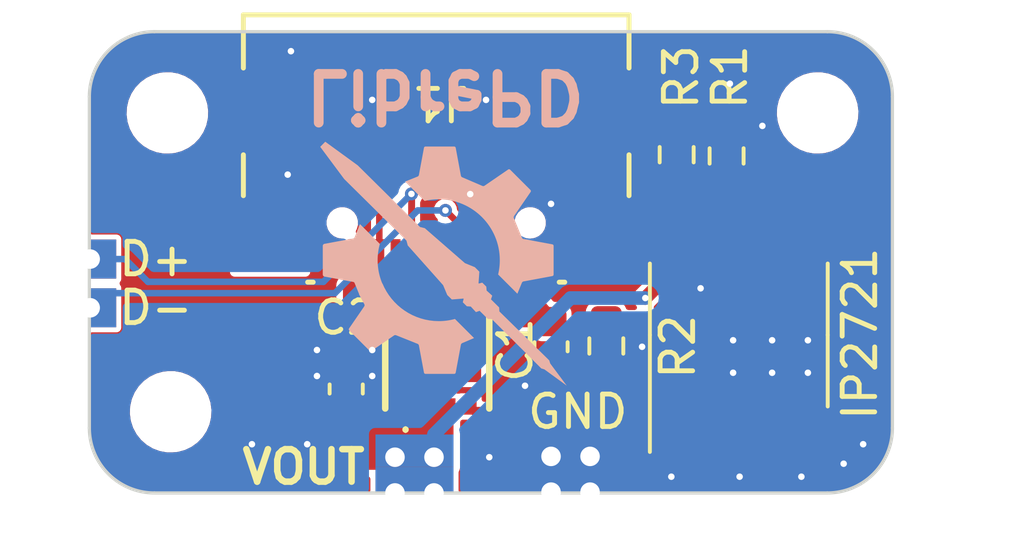
<source format=kicad_pcb>
(kicad_pcb (version 20240108) (generator "pcbnew") (generator_version "8.0")
  (layers (0 "F.Cu" signal) (31 "B.Cu" signal) (34 "B.Paste" user) (35 "F.Paste" user) (36 "B.SilkS" user "B.Silkscreen") (37 "F.SilkS" user "F.Silkscreen") (38 "B.Mask" user) (39 "F.Mask" user) (44 "Edge.Cuts" user))
  (net 0 "")
  (net 2 "CC1")
  (net 3 "GND")
  (net 4 "D-")
  (net 5 "D+")
  (net 7 "CC2")
  (net 8 "VIN")
  (net 9 "Net-(Q2-G)")
  (net 10 "Net-(U1-SEL)")
  (net 15 "VBUS")
  (footprint "000-nold-customs:CasPowerPad 2x2" (layer "F.Cu") (at 127.2 75.475 90)
    (property "Reference" "TP1" (hide yes))
    (property "Value" "GND" (at 2.475 -0.8 0) (layer "F.SilkS") (effects (justify left)))
    (pad "1" thru_hole rect (at 0 0 90) (size 0.8 1.2) (drill 0.6 (offset 0.4 0)) (property pad_prop_castellated) (layers "*.Cu" "*.Mask") (net 3 "GND"))
    (pad "1" thru_hole rect (at 0 1.2 90) (size 0.8 1.2) (drill 0.6 (offset 0.4 0)) (property pad_prop_castellated) (layers "*.Cu" "*.Mask") (net 3 "GND"))
    (pad "1" thru_hole rect (at 1.1 0 90) (size 1 1.2) (drill 0.6 (offset 0.2 0)) (property pad_prop_castellated) (layers "*.Cu" "*.Mask") (net 3 "GND"))
    (pad "1" thru_hole rect (at 1.1 1.2 90) (size 1 1.2) (drill 0.6 (offset 0.2 0)) (property pad_prop_castellated) (layers "*.Cu" "*.Mask") (net 3 "GND"))
  )
  (footprint "000-nold-customs:CasPowerPad 1x1" (layer "F.Cu") (at 113.025 68.3)
    (property "Reference" "TP17" (hide yes))
    (property "Value" "D+" (at 0.8 0 0) (layer "F.SilkS") (effects (justify left)))
    (pad "1" thru_hole rect (at 0 0) (size 0.8 1.2) (drill 0.6 (offset 0.4 0)) (property pad_prop_castellated) (layers "*.Cu" "*.Mask") (net 5 "D+"))
  )
  (footprint "MountingHole:MountingHole_2.2mm_M2" (layer "F.Cu") (at 115.5 73)
    (property "Reference" "H2" (hide yes))
    (property "Value" "MountingHole")
    (pad "" np_thru_hole circle (at 0 0) (size 2.2 2.2) (drill 2.2) (layers "*.Cu" "*.Mask"))
  )
  (footprint "Capacitor_SMD:C_0603_1608Metric" (layer "F.Cu") (at 127.2 71 -90)
    (property "Reference" "C1" (at 0.1 1.1 90) (layer "F.SilkS"))
    (property "Value" "1uF / 50V")
    (fp_line (start -0.14058 0.51) (end 0.14058 0.51) (stroke (width 0.12)) (layer "F.SilkS"))
    (fp_line (start -0.14058 -0.51) (end 0.14058 -0.51) (stroke (width 0.12)) (layer "F.SilkS"))
    (pad "1" smd roundrect (at -0.775 0 270) (size 0.9 0.95) (layers "F.Cu" "F.Paste" "F.Mask") (net 8 "VIN"))
    (pad "2" smd roundrect (at 0.775 0 270) (size 0.9 0.95) (layers "F.Cu" "F.Paste" "F.Mask") (net 3 "GND"))
  )
  (footprint "MountingHole:MountingHole_2.2mm_M2" (layer "F.Cu") (at 115.4 63.8)
    (property "Reference" "H1" (hide yes))
    (property "Value" "MountingHole")
    (pad "" np_thru_hole circle (at 0 0) (size 2.2 2.2) (drill 2.2) (layers "*.Cu" "*.Mask"))
  )
  (footprint "Resistor_SMD:R_0603_1608Metric" (layer "F.Cu") (at 132.6 65.125 -90)
    (property "Reference" "R1" (at -2.425 -0.1 -90) (layer "F.SilkS"))
    (property "Value" "5.1k")
    (fp_line (start -0.237258 0.5225) (end 0.237258 0.5225) (stroke (width 0.12)) (layer "F.SilkS"))
    (fp_line (start -0.237258 -0.5225) (end 0.237258 -0.5225) (stroke (width 0.12)) (layer "F.SilkS"))
    (pad "1" smd roundrect (at -0.825 0 270) (size 0.8 0.95) (layers "F.Cu" "F.Paste" "F.Mask") (net 3 "GND"))
    (pad "2" smd roundrect (at 0.825 0 270) (size 0.8 0.95) (layers "F.Cu" "F.Paste" "F.Mask") (net 7 "CC2"))
  )
  (footprint "MountingHole:MountingHole_2.2mm_M2" (layer "F.Cu") (at 135.4 63.8)
    (property "Reference" "H3" (hide yes))
    (property "Value" "MountingHole")
    (pad "" np_thru_hole circle (at 0 0) (size 2.2 2.2) (drill 2.2) (layers "*.Cu" "*.Mask"))
  )
  (footprint "000-nold-customs:CasPowerPad 1x1" (layer "F.Cu") (at 113.025 69.8)
    (property "Reference" "TP16" (hide yes))
    (property "Value" "D-" (at 0.8 0 0) (layer "F.SilkS") (effects (justify left)))
    (pad "1" thru_hole rect (at 0 0) (size 0.8 1.2) (drill 0.6 (offset 0.4 0)) (property pad_prop_castellated) (layers "*.Cu" "*.Mask") (net 4 "D-"))
  )
  (footprint "symbols-footprints:RQ3E120BNTB" (layer "F.Cu") (at 123.7 71.4)
    (property "Reference" "Q2" (hide yes))
    (property "Value" "RQ3E120BNTB" (hide yes))
    (fp_line (start -1.6 -1.5) (end -1.6 1.5) (stroke (width 0.2)) (layer "F.SilkS"))
    (fp_line (start -0.975 2.1) (end -0.975 2.1) (stroke (width 0.1)) (layer "F.SilkS"))
    (fp_line (start -0.975 2.2) (end -0.975 2.2) (stroke (width 0.1)) (layer "F.SilkS"))
    (fp_line (start 1.6 -1.5) (end 1.6 1.5) (stroke (width 0.2)) (layer "F.SilkS"))
    (fp_arc (start -0.975 2.1) (mid -0.925 2.15) (end -0.975 2.2) (stroke (width 0.1)) (layer "F.SilkS"))
    (fp_arc (start -0.975 2.2) (mid -1.025 2.15) (end -0.975 2.1) (stroke (width 0.1)) (layer "F.SilkS"))
    (pad "1" smd rect (at -0.975 1.438) (size 0.47 0.5) (layers "F.Cu" "F.Paste" "F.Mask") (net 15 "VBUS"))
    (pad "2" smd rect (at -0.325 1.438) (size 0.47 0.5) (layers "F.Cu" "F.Paste" "F.Mask") (net 15 "VBUS"))
    (pad "3" smd rect (at 0.325 1.438) (size 0.47 0.5) (layers "F.Cu" "F.Paste" "F.Mask") (net 15 "VBUS"))
    (pad "4" smd rect (at 0.975 1.438) (size 0.47 0.5) (layers "F.Cu" "F.Paste" "F.Mask") (net 9 "Net-(Q2-G)"))
    (pad "5" smd rect (at 0.975 -1.438) (size 0.47 0.55) (layers "F.Cu" "F.Paste" "F.Mask") (net 8 "VIN"))
    (pad "6" smd rect (at 0.325 -1.438) (size 0.47 0.55) (layers "F.Cu" "F.Paste" "F.Mask") (net 8 "VIN"))
    (pad "7" smd rect (at -0.325 -1.438) (size 0.47 0.55) (layers "F.Cu" "F.Paste" "F.Mask") (net 8 "VIN"))
    (pad "8" smd rect (at -0.975 -1.438) (size 0.47 0.55) (layers "F.Cu" "F.Paste" "F.Mask") (net 8 "VIN"))
    (pad "9" smd rect (at 0 -0.238 90) (size 1.85 2.7) (layers "F.Cu" "F.Paste" "F.Mask") (net 8 "VIN"))
  )
  (footprint "000-pretty_kicad_mods:USB4110-GF-A_GCT" (layer "F.Cu") (at 123.668 64.8962 180)
    (property "Reference" "J1" (at -0.132 1.3962 180) (layer "F.SilkS"))
    (property "Value" "USB4110-GF-A")
    (fp_line (start 5.9309 4.1148) (end 5.9309 2.47824) (stroke (width 0.1524)) (layer "F.SilkS"))
    (fp_line (start 5.9309 -0.19384) (end 5.9309 -1.45176) (stroke (width 0.1524)) (layer "F.SilkS"))
    (fp_line (start 3.953466 -4.1148) (end 3.784326 -4.1148) (stroke (width 0.1524)) (layer "F.SilkS"))
    (fp_line (start -3.784329 -4.1148) (end -3.953466 -4.1148) (stroke (width 0.1524)) (layer "F.SilkS"))
    (fp_line (start -5.9309 4.1148) (end 5.9309 4.1148) (stroke (width 0.1524)) (layer "F.SilkS"))
    (fp_line (start -5.9309 2.47824) (end -5.9309 4.1148) (stroke (width 0.1524)) (layer "F.SilkS"))
    (fp_line (start -5.9309 -1.45176) (end -5.9309 -0.19384) (stroke (width 0.1524)) (layer "F.SilkS"))
    (pad "" np_thru_hole circle (at -2.890001 -2.2878 180) (size 0.6604 0.6604) (drill 0.6604) (layers "*.Cu" "*.Mask"))
    (pad "" np_thru_hole circle (at 2.890001 -2.2878 180) (size 0.6604 0.6604) (drill 0.6604) (layers "*.Cu" "*.Mask"))
    (pad "15" smd rect (at -5.11 -2.7878 180) (size 2.159 2.0066) (layers "F.Cu" "F.Paste" "F.Mask"))
    (pad "16" smd rect (at 5.11 -2.7878 180) (size 2.159 2.0066) (layers "F.Cu" "F.Paste" "F.Mask"))
    (pad "17" smd rect (at -5.11 1.1422 180) (size 2.159 2.0066) (layers "F.Cu" "F.Paste" "F.Mask"))
    (pad "18" smd rect (at 5.11 1.1422 180) (size 2.159 2.0066) (layers "F.Cu" "F.Paste" "F.Mask"))
    (pad "A1-B12" smd rect (at -3.200001 -3.3628 180) (size 0.6096 1.143) (layers "F.Cu" "F.Paste" "F.Mask") (net 3 "GND"))
    (pad "A4-B9" smd rect (at -2.4 -3.3628 180) (size 0.6096 1.143) (layers "F.Cu" "F.Paste" "F.Mask") (net 8 "VIN"))
    (pad "A5" smd rect (at -1.25 -3.3628 180) (size 0.3048 1.143) (layers "F.Cu" "F.Paste" "F.Mask") (net 2 "CC1"))
    (pad "A6" smd rect (at -0.25 -3.3628 180) (size 0.3048 1.143) (layers "F.Cu" "F.Paste" "F.Mask") (net 5 "D+"))
    (pad "A7" smd rect (at 0.25 -3.3628 180) (size 0.3048 1.143) (layers "F.Cu" "F.Paste" "F.Mask") (net 4 "D-"))
    (pad "A8" smd rect (at 1.25 -3.3628 180) (size 0.3048 1.143) (layers "F.Cu" "F.Paste" "F.Mask"))
    (pad "A9-B4" smd rect (at 2.4 -3.3628 180) (size 0.6096 1.143) (layers "F.Cu" "F.Paste" "F.Mask") (net 8 "VIN"))
    (pad "A12-B1" smd rect (at 3.199999 -3.3628 180) (size 0.6096 1.143) (layers "F.Cu" "F.Paste" "F.Mask") (net 3 "GND"))
    (pad "B5" smd rect (at 1.749999 -3.3628 180) (size 0.3048 1.143) (layers "F.Cu" "F.Paste" "F.Mask") (net 7 "CC2"))
    (pad "B6" smd rect (at 0.750001 -3.3628 180) (size 0.3048 1.143) (layers "F.Cu" "F.Paste" "F.Mask") (net 5 "D+"))
    (pad "B7" smd rect (at -0.750001 -3.3628 180) (size 0.3048 1.143) (layers "F.Cu" "F.Paste" "F.Mask") (net 4 "D-"))
    (pad "B8" smd rect (at -1.749999 -3.3628 180) (size 0.3048 1.143) (layers "F.Cu" "F.Paste" "F.Mask"))
  )
  (footprint "Resistor_SMD:R_0603_1608Metric" (layer "F.Cu") (at 128.9 70.975 90)
    (property "Reference" "R2" (at -0.025 2.2 -90) (layer "F.SilkS"))
    (property "Value" "100k" (hide yes))
    (fp_line (start -0.237258 -0.5225) (end 0.237258 -0.5225) (stroke (width 0.12)) (layer "F.SilkS"))
    (fp_line (start -0.237258 0.5225) (end 0.237258 0.5225) (stroke (width 0.12)) (layer "F.SilkS"))
    (pad "1" smd roundrect (at -0.825 0 90) (size 0.8 0.95) (layers "F.Cu" "F.Paste" "F.Mask") (net 8 "VIN"))
    (pad "2" smd roundrect (at 0.825 0 90) (size 0.8 0.95) (layers "F.Cu" "F.Paste" "F.Mask") (net 10 "Net-(U1-SEL)"))
  )
  (footprint "000-nold-customs:CasPowerPad 2x2" (layer "F.Cu") (at 122.4 75.5 90)
    (property "Reference" "TP18" (hide yes))
    (property "Value" "VOUT" (at 0.8 -4.8 0) (layer "F.SilkS") (effects (font (thickness 0.2) (bold yes)) (justify left)))
    (pad "1" thru_hole rect (at 0 0 90) (size 0.8 1.2) (drill 0.6 (offset 0.4 0)) (property pad_prop_castellated) (layers "*.Cu" "*.Mask") (net 15 "VBUS"))
    (pad "1" thru_hole rect (at 0 1.2 90) (size 0.8 1.2) (drill 0.6 (offset 0.4 0)) (property pad_prop_castellated) (layers "*.Cu" "*.Mask") (net 15 "VBUS"))
    (pad "1" thru_hole rect (at 1.1 0 90) (size 1 1.2) (drill 0.6 (offset 0.2 0)) (property pad_prop_castellated) (layers "*.Cu" "*.Mask") (net 15 "VBUS"))
    (pad "1" thru_hole rect (at 1.1 1.2 90) (size 1 1.2) (drill 0.6 (offset 0.2 0)) (property pad_prop_castellated) (layers "*.Cu" "*.Mask") (net 15 "VBUS"))
  )
  (footprint "Resistor_SMD:R_0603_1608Metric" (layer "F.Cu") (at 131.064 65.087 -90)
    (property "Reference" "R3" (at -2.387 -0.136 90) (layer "F.SilkS"))
    (property "Value" "5.1k")
    (fp_line (start -0.237258 0.5225) (end 0.237258 0.5225) (stroke (width 0.12)) (layer "F.SilkS"))
    (fp_line (start -0.237258 -0.5225) (end 0.237258 -0.5225) (stroke (width 0.12)) (layer "F.SilkS"))
    (pad "1" smd roundrect (at -0.825 0 270) (size 0.8 0.95) (layers "F.Cu" "F.Paste" "F.Mask") (net 3 "GND"))
    (pad "2" smd roundrect (at 0.825 0 270) (size 0.8 0.95) (layers "F.Cu" "F.Paste" "F.Mask") (net 2 "CC1"))
  )
  (footprint "Package_SO:TSSOP-16_4.4x5mm_P0.65mm" (layer "F.Cu") (at 132.975 70.6375 90)
    (property "Reference" "U1" (hide yes))
    (property "Value" "IP2721" (at 0.0375 3.725 90) (layer "F.SilkS"))
    (fp_line (start 0 -2.735) (end 2.2 -2.735) (stroke (width 0.12)) (layer "F.SilkS"))
    (fp_line (start 0 -2.735) (end -3.6 -2.735) (stroke (width 0.12)) (layer "F.SilkS"))
    (fp_line (start 0 2.735) (end 2.2 2.735) (stroke (width 0.12)) (layer "F.SilkS"))
    (fp_line (start 0 2.735) (end -2.2 2.735) (stroke (width 0.12)) (layer "F.SilkS"))
    (pad "1" smd roundrect (at -2.8625 -2.275 90) (size 1.475 0.4) (layers "F.Cu" "F.Paste" "F.Mask") (net 9 "Net-(Q2-G)"))
    (pad "2" smd roundrect (at -2.8625 -1.625 90) (size 1.475 0.4) (layers "F.Cu" "F.Paste" "F.Mask") (net 8 "VIN"))
    (pad "3" smd roundrect (at -2.8625 -0.975 90) (size 1.475 0.4) (layers "F.Cu" "F.Paste" "F.Mask"))
    (pad "4" smd roundrect (at -2.8625 -0.325 90) (size 1.475 0.4) (layers "F.Cu" "F.Paste" "F.Mask"))
    (pad "5" smd roundrect (at -2.8625 0.325 90) (size 1.475 0.4) (layers "F.Cu" "F.Paste" "F.Mask") (net 3 "GND"))
    (pad "6" smd roundrect (at -2.8625 0.975 90) (size 1.475 0.4) (layers "F.Cu" "F.Paste" "F.Mask"))
    (pad "7" smd roundrect (at -2.8625 1.625 90) (size 1.475 0.4) (layers "F.Cu" "F.Paste" "F.Mask"))
    (pad "8" smd roundrect (at -2.8625 2.275 90) (size 1.475 0.4) (layers "F.Cu" "F.Paste" "F.Mask"))
    (pad "9" smd roundrect (at 2.8625 2.275 90) (size 1.475 0.4) (layers "F.Cu" "F.Paste" "F.Mask"))
    (pad "10" smd roundrect (at 2.8625 1.625 90) (size 1.475 0.4) (layers "F.Cu" "F.Paste" "F.Mask"))
    (pad "11" smd roundrect (at 2.8625 0.975 90) (size 1.475 0.4) (layers "F.Cu" "F.Paste" "F.Mask") (net 10 "Net-(U1-SEL)"))
    (pad "12" smd roundrect (at 2.8625 0.325 90) (size 1.475 0.4) (layers "F.Cu" "F.Paste" "F.Mask") (net 7 "CC2"))
    (pad "13" smd roundrect (at 2.8625 -0.325 90) (size 1.475 0.4) (layers "F.Cu" "F.Paste" "F.Mask") (net 2 "CC1"))
    (pad "14" smd roundrect (at 2.8625 -0.975 90) (size 1.475 0.4) (layers "F.Cu" "F.Paste" "F.Mask"))
    (pad "15" smd roundrect (at 2.8625 -1.625 90) (size 1.475 0.4) (layers "F.Cu" "F.Paste" "F.Mask"))
    (pad "16" smd roundrect (at 2.8625 -2.275 90) (size 1.475 0.4) (layers "F.Cu" "F.Paste" "F.Mask") (net 15 "VBUS"))
  )
  (footprint "Capacitor_SMD:C_0603_1608Metric" (layer "F.Cu") (at 120.9 72.3 90)
    (property "Reference" "C2" (at 2.2 0 180) (layer "F.SilkS"))
    (property "Value" "10uF / 50V")
    (fp_line (start -0.14058 -0.51) (end 0.14058 -0.51) (stroke (width 0.12)) (layer "F.SilkS"))
    (fp_line (start -0.14058 0.51) (end 0.14058 0.51) (stroke (width 0.12)) (layer "F.SilkS"))
    (pad "1" smd roundrect (at -0.775 0 90) (size 0.9 0.95) (layers "F.Cu" "F.Paste" "F.Mask") (net 15 "VBUS"))
    (pad "2" smd roundrect (at 0.775 0 90) (size 0.9 0.95) (layers "F.Cu" "F.Paste" "F.Mask") (net 3 "GND"))
  )
  (gr_poly (pts (xy 127.279191 68.779182) (xy 127.279043 68.781172) (xy 127.278799 68.783153) (xy 127.278462 68.78512) (xy 127.278034 68.787072) (xy 127.277517 68.789004) (xy 127.276914 68.790915) (xy 127.276228 68.792801) (xy 127.275461 68.79466) (xy 127.274615 68.796487) (xy 127.273694 68.798282) (xy 127.272698 68.80004) (xy 127.271631 68.801758) (xy 127.270496 68.803434) (xy 127.269294 68.805065) (xy 127.268028 68.806648) (xy 127.266701 68.80818) (xy 127.265315 68.809658) (xy 127.263873 68.811078) (xy 127.262376 68.812439) (xy 127.260828 68.813737) (xy 127.259231 68.814969) (xy 127.257587 68.816133) (xy 127.255899 68.817225) (xy 127.254169 68.818242) (xy 127.2524 68.819182) (xy 127.250594 68.820042) (xy 127.248754 68.820818) (xy 127.246882 68.821508) (xy 127.24498 68.822109) (xy 127.243052 68.822618) (xy 127.241099 68.823031) (xy 126.352226 68.988427) (xy 126.350259 68.988844) (xy 126.348285 68.989351) (xy 126.34433 68.990621) (xy 126.340386 68.992216) (xy 126.33648 68.994114) (xy 126.332637 68.996292) (xy 126.328883 68.998727) (xy 126.325244 69.001398) (xy 126.321746 69.004281) (xy 126.318414 69.007355) (xy 126.315275 69.010598) (xy 126.312355 69.013985) (xy 126.309679 69.017497) (xy 126.307273 69.021109) (xy 126.305162 69.024799) (xy 126.304226 69.026667) (xy 126.303374 69.028546) (xy 126.302609 69.030434) (xy 126.301934 69.032327) (xy 126.164922 69.367057) (xy 125.572043 68.774178) (xy 125.583977 68.72103) (xy 125.594407 68.667329) (xy 125.603307 68.613098) (xy 125.610649 68.558357) (xy 125.616406 68.503131) (xy 125.620552 68.447441) (xy 125.62306 68.391309) (xy 125.623902 68.334758) (xy 125.621461 68.238241) (xy 125.614219 68.142991) (xy 125.602292 68.049127) (xy 125.585798 67.956765) (xy 125.564856 67.866024) (xy 125.539583 67.777022) (xy 125.510097 67.689876) (xy 125.476516 67.604705) (xy 125.438958 67.521625) (xy 125.39754 67.440756) (xy 125.35238 67.362214) (xy 125.303596 67.286117) (xy 125.251306 67.212585) (xy 125.195628 67.141733) (xy 125.13668 67.07368) (xy 125.074579 67.008545) (xy 125.009444 66.946444) (xy 124.941391 66.887496) (xy 124.870539 66.831818) (xy 124.797007 66.779528) (xy 124.72091 66.730744) (xy 124.642369 66.685584) (xy 124.561499 66.644166) (xy 124.478419 66.606608) (xy 124.393248 66.573026) (xy 124.306102 66.54354) (xy 124.2171 66.518267) (xy 124.126359 66.497325) (xy 124.033997 66.480832) (xy 123.940133 66.468905) (xy 123.844883 66.461662) (xy 123.748366 66.459222) (xy 123.691817 66.460065) (xy 123.63569 66.462576) (xy 123.580009 66.466728) (xy 123.524793 66.472494) (xy 123.470066 66.479847) (xy 123.415848 66.488762) (xy 123.362162 66.49921) (xy 123.30903 66.511165) (xy 122.71139 65.913546) (xy 123.091522 65.761357) (xy 123.093427 65.760713) (xy 123.095327 65.759979) (xy 123.0991 65.75825) (xy 123.102818 65.756196) (xy 123.106456 65.753843) (xy 123.109994 65.751217) (xy 123.113406 65.748343) (xy 123.11667 65.745246) (xy 123.119764 65.741952) (xy 123.122663 65.738488) (xy 123.125346 65.734878) (xy 123.127788 65.731148) (xy 123.129968 65.727323) (xy 123.131861 65.72343) (xy 123.133444 65.719494) (xy 123.134695 65.71554) (xy 123.135189 65.713565) (xy 123.135591 65.711594) (xy 123.291589 64.87331) (xy 123.291588 64.873309) (xy 123.292001 64.871356) (xy 123.292509 64.869428) (xy 123.293109 64.867527) (xy 123.2938 64.865657) (xy 123.294578 64.863818) (xy 123.295439 64.862014) (xy 123.296381 64.860247) (xy 123.297402 64.85852) (xy 123.298497 64.856835) (xy 123.299664 64.855195) (xy 123.302202 64.852057) (xy 123.304991 64.849127) (xy 123.308009 64.846424) (xy 123.31123 64.843968) (xy 123.314631 64.841779) (xy 123.318189 64.839875) (xy 123.320018 64.839037) (xy 123.321878 64.838278) (xy 123.323765 64.837599) (xy 123.325676 64.837005) (xy 123.327607 64.836497) (xy 123.329557 64.836078) (xy 123.331522 64.835749) (xy 123.333499 64.835515) (xy 123.335486 64.835376) (xy 123.337478 64.835336) (xy 124.221948 64.835272) (xy 124.223946 64.835322) (xy 124.225936 64.83547) (xy 124.227916 64.835713) (xy 124.229882 64.836049) (xy 124.231833 64.836476) (xy 124.233765 64.836991) (xy 124.235675 64.837592) (xy 124.23756 64.838276) (xy 124.239417 64.839041) (xy 124.241244 64.839885) (xy 124.243037 64.840804) (xy 124.244794 64.841798) (xy 124.246511 64.842862) (xy 124.248187 64.843996) (xy 124.249817 64.845195) (xy 124.251399 64.846459) (xy 124.25293 64.847784) (xy 124.254408 64.849168) (xy 124.255829 64.850609) (xy 124.25719 64.852104) (xy 124.258488 64.853651) (xy 124.259722 64.855248) (xy 124.260887 64.856891) (xy 124.26198 64.858579) (xy 124.263 64.860309) (xy 124.263942 64.862078) (xy 124.264805 64.863885) (xy 124.265584 64.865727) (xy 124.266278 64.867601) (xy 124.266884 64.869505) (xy 124.267397 64.871437) (xy 124.267817 64.873394) (xy 124.427667 65.732718) (xy 124.428078 65.734693) (xy 124.428578 65.736675) (xy 124.429166 65.738661) (xy 124.429837 65.740649) (xy 124.43142 65.744612) (xy 124.433306 65.748541) (xy 124.435472 65.752408) (xy 124.437896 65.756188) (xy 124.440556 65.759856) (xy 124.443428 65.763386) (xy 124.446491 65.766751) (xy 124.449723 65.769927) (xy 124.453101 65.772888) (xy 124.456602 65.775607) (xy 124.460205 65.77806) (xy 124.463886 65.78022) (xy 124.467625 65.782062) (xy 124.469508 65.782855) (xy 124.471397 65.78356) (xy 125.085971 66.047064) (xy 125.089653 66.048754) (xy 125.093553 66.050173) (xy 125.097641 66.051325) (xy 125.10188 66.052211) (xy 125.106239 66.052835) (xy 125.110682 66.053197) (xy 125.115177 66.0533) (xy 125.11969 66.053146) (xy 125.124187 66.052739) (xy 125.128634 66.052079) (xy 125.132999 66.05117) (xy 125.137246 66.050013) (xy 125.141343 66.048612) (xy 125.145255 66.046967) (xy 125.14895 66.045081) (xy 125.152393 66.042957) (xy 125.882198 65.542176) (xy 125.883869 65.541085) (xy 125.885591 65.54008) (xy 125.887359 65.53916) (xy 125.889169 65.538324) (xy 125.891018 65.537572) (xy 125.892902 65.536904) (xy 125.894817 65.536319) (xy 125.896759 65.535818) (xy 125.898725 65.535398) (xy 125.90071 65.535061) (xy 125.904724 65.534632) (xy 125.90877 65.534527) (xy 125.912818 65.534744) (xy 125.916838 65.535278) (xy 125.920799 65.536128) (xy 125.92467 65.53729) (xy 125.926563 65.537987) (xy 125.928421 65.538762) (xy 125.930242 65.539612) (xy 125.932021 65.540539) (xy 125.933756 65.541542) (xy 125.935441 65.54262) (xy 125.937073 65.543773) (xy 125.938648 65.545001) (xy 125.940163 65.546303) (xy 125.941613 65.547679) (xy 126.567003 66.173112) (xy 126.568381 66.174558) (xy 126.569685 66.176068) (xy 126.570914 66.177639) (xy 126.572068 66.179267) (xy 126.573146 66.180947) (xy 126.574149 66.182677) (xy 126.575927 66.186268) (xy 126.577397 66.190011) (xy 126.578558 66.193875) (xy 126.579406 66.19783) (xy 126.579939 66.201846) (xy 126.580153 66.205892) (xy 126.580047 66.209939) (xy 126.579616 66.213957) (xy 126.578859 66.217915) (xy 126.577772 66.221783) (xy 126.577105 66.223674) (xy 126.576353 66.225532) (xy 126.575518 66.227351) (xy 126.574599 66.22913) (xy 126.573595 66.230863) (xy 126.572507 66.232548) (xy 126.062878 66.974991) (xy 126.060732 66.97843) (xy 126.058822 66.982127) (xy 126.057149 66.986048) (xy 126.055715 66.990158) (xy 126.054524 66.994424) (xy 126.053577 66.998811) (xy 126.052877 67.003284) (xy 126.052426 67.00781) (xy 126.052227 67.012353) (xy 126.052282 67.01688) (xy 126.052593 67.021356) (xy 126.053162 67.025747) (xy 126.053992 67.030019) (xy 126.055086 67.034136) (xy 126.056445 67.038065) (xy 126.058073 67.041772) (xy 126.301934 67.637571) (xy 126.303374 67.641362) (xy 126.305162 67.645116) (xy 126.307273 67.648811) (xy 126.309679 67.652425) (xy 126.312355 67.655936) (xy 126.315275 67.659322) (xy 126.318414 67.662561) (xy 126.321746 67.66563) (xy 126.325244 67.668509) (xy 126.328883 67.671173) (xy 126.332637 67.673603) (xy 126.33648 67.675775) (xy 126.340386 67.677668) (xy 126.34433 67.67926) (xy 126.348285 67.680527) (xy 126.352226 67.68145) (xy 127.241099 67.846846) (xy 127.243052 67.84726) (xy 127.24498 67.847768) (xy 127.246882 67.848369) (xy 127.248754 67.84906) (xy 127.250594 67.849836) (xy 127.2524 67.850696) (xy 127.254169 67.851636) (xy 127.255899 67.852654) (xy 127.257587 67.853746) (xy 127.259231 67.85491) (xy 127.262376 67.85744) (xy 127.265315 67.860221) (xy 127.268028 67.863229) (xy 127.270496 67.86644) (xy 127.272698 67.869831) (xy 127.274615 67.873378) (xy 127.275461 67.875203) (xy 127.276228 67.877058) (xy 127.276914 67.87894) (xy 127.277517 67.880846) (xy 127.278034 67.882774) (xy 127.278462 67.88472) (xy 127.278799 67.886682) (xy 127.279043 67.888656) (xy 127.279191 67.890639) (xy 127.279241 67.892629) (xy 127.279241 68.777184)) (fill solid) (layer "B.SilkS"))
  (gr_poly (pts (xy 124.471419 70.886125) (xy 124.467647 70.887631) (xy 124.46391 70.889482) (xy 124.46023 70.89165) (xy 124.45663 70.894111) (xy 124.453131 70.896837) (xy 124.449756 70.899804) (xy 124.446527 70.902985) (xy 124.443466 70.906355) (xy 124.440595 70.909886) (xy 124.437937 70.913554) (xy 124.435513 70.917332) (xy 124.433346 70.921195) (xy 124.431458 70.925115) (xy 124.429871 70.929068) (xy 124.428607 70.933028) (xy 124.427689 70.936967) (xy 124.267838 71.796333) (xy 124.267837 71.796334) (xy 124.267421 71.798285) (xy 124.266911 71.800211) (xy 124.266308 71.80211) (xy 124.265616 71.803979) (xy 124.264839 71.805816) (xy 124.263977 71.807618) (xy 124.263036 71.809384) (xy 124.262017 71.81111) (xy 124.260923 71.812794) (xy 124.259757 71.814434) (xy 124.257223 71.817572) (xy 124.254437 71.820504) (xy 124.251422 71.823211) (xy 124.248202 71.825673) (xy 124.244799 71.827871) (xy 124.241238 71.829786) (xy 124.237541 71.831398) (xy 124.235649 71.832085) (xy 124.233732 71.832689) (xy 124.231793 71.833207) (xy 124.229834 71.833638) (xy 124.227858 71.833978) (xy 124.22587 71.834226) (xy 124.22387 71.834379) (xy 124.221863 71.834434) (xy 123.337392 71.834307) (xy 123.335394 71.834258) (xy 123.333403 71.83411) (xy 123.331421 71.833866) (xy 123.329451 71.833529) (xy 123.327497 71.833101) (xy 123.325561 71.832585) (xy 123.323647 71.831984) (xy 123.321757 71.831298) (xy 123.319895 71.830532) (xy 123.318063 71.829688) (xy 123.316264 71.828767) (xy 123.314502 71.827773) (xy 123.31278 71.826708) (xy 123.311099 71.825574) (xy 123.309465 71.824374) (xy 123.307878 71.82311) (xy 123.306343 71.821785) (xy 123.304863 71.820401) (xy 123.303439 71.818961) (xy 123.302077 71.817467) (xy 123.300777 71.815921) (xy 123.299544 71.814327) (xy 123.29838 71.812685) (xy 123.297289 71.811) (xy 123.296273 71.809274) (xy 123.295336 71.807508) (xy 123.29448 71.805705) (xy 123.293708 71.803868) (xy 123.293023 71.802) (xy 123.292429 71.800102) (xy 123.291929 71.798177) (xy 123.291524 71.796228) (xy 123.135526 70.957923) (xy 123.135122 70.95595) (xy 123.134627 70.953972) (xy 123.134042 70.951994) (xy 123.133372 70.950018) (xy 123.131784 70.946085) (xy 123.129888 70.942198) (xy 123.127705 70.938382) (xy 123.125259 70.934662) (xy 123.122574 70.931062) (xy 123.119672 70.927608) (xy 123.116577 70.924323) (xy 123.113311 70.921234) (xy 123.109899 70.918365) (xy 123.106362 70.91574) (xy 123.102724 70.913384) (xy 123.099008 70.911323) (xy 123.095238 70.909581) (xy 123.093339 70.908837) (xy 123.091436 70.908182) (xy 122.437661 70.64654) (xy 122.433952 70.644914) (xy 122.430023 70.64356) (xy 122.425908 70.642473) (xy 122.421642 70.641652) (xy 122.417257 70.641093) (xy 122.412789 70.640794) (xy 122.40827 70.640751) (xy 122.403737 70.640963) (xy 122.399221 70.641425) (xy 122.394758 70.642136) (xy 122.390381 70.643092) (xy 122.386125 70.64429) (xy 122.382024 70.645728) (xy 122.378111 70.647403) (xy 122.37442 70.649311) (xy 122.370987 70.651451) (xy 121.677122 71.127616) (xy 121.675449 71.128701) (xy 121.673725 71.129701) (xy 121.671956 71.130618) (xy 121.670144 71.131452) (xy 121.668293 71.132202) (xy 121.666408 71.132869) (xy 121.664492 71.133454) (xy 121.662548 71.133956) (xy 121.660582 71.134376) (xy 121.658595 71.134715) (xy 121.654579 71.135148) (xy 121.650531 71.135258) (xy 121.646481 71.135048) (xy 121.642459 71.134519) (xy 121.638496 71.133674) (xy 121.634623 71.132516) (xy 121.632729 71.131821) (xy 121.630869 71.131047) (xy 121.629047 71.130197) (xy 121.627266 71.12927) (xy 121.625531 71.128266) (xy 121.623844 71.127187) (xy 121.622211 71.126031) (xy 121.620634 71.1248) (xy 121.619117 71.123493) (xy 121.617665 71.122111) (xy 120.992254 70.496616) (xy 120.990884 70.495171) (xy 120.989588 70.493662) (xy 120.988366 70.492092) (xy 120.987219 70.490464) (xy 120.986147 70.488783) (xy 120.98515 70.487053) (xy 120.983385 70.483459) (xy 120.981924 70.479713) (xy 120.980772 70.475846) (xy 120.979931 70.471887) (xy 120.979403 70.467868) (xy 120.979191 70.463819) (xy 120.979299 70.45977) (xy 120.979728 70.455753) (xy 120.980481 70.451797) (xy 120.981562 70.447933) (xy 120.982225 70.446045) (xy 120.982972 70.444192) (xy 120.983802 70.442377) (xy 120.984715 70.440604) (xy 120.985711 70.438878) (xy 120.986792 70.437201) (xy 121.454618 69.755655) (xy 121.45675 69.752228) (xy 121.458619 69.748555) (xy 121.460225 69.744672) (xy 121.461567 69.740611) (xy 121.462646 69.736405) (xy 121.463458 69.73209) (xy 121.464006 69.727698) (xy 121.464286 69.723262) (xy 121.464299 69.718817) (xy 121.464044 69.714395) (xy 121.46352 69.710031) (xy 121.462726 69.705759) (xy 121.461662 69.701611) (xy 121.460327 69.697621) (xy 121.45872 69.693823) (xy 121.456841 69.69025) (xy 121.296355 69.389704) (xy 121.295489 69.387858) (xy 121.29473 69.385997) (xy 121.294079 69.384124) (xy 121.293532 69.382243) (xy 121.29309 69.380356) (xy 121.292751 69.378468) (xy 121.292513 69.376582) (xy 121.292376 69.3747) (xy 121.292338 69.372826) (xy 121.292398 69.370964) (xy 121.292555 69.369117) (xy 121.292807 69.367288) (xy 121.293154 69.36548) (xy 121.293593 69.363697) (xy 121.294125 69.361943) (xy 121.294746 69.360219) (xy 121.289243 69.360219) (xy 121.157439 69.038253) (xy 121.156906 69.036766) (xy 121.156303 69.035283) (xy 121.154896 69.03234) (xy 121.153239 69.02944) (xy 121.151353 69.026602) (xy 121.149261 69.023844) (xy 121.146985 69.021183) (xy 121.144546 69.018638) (xy 121.141966 69.016227) (xy 121.139267 69.013967) (xy 121.13647 69.011877) (xy 121.133599 69.009974) (xy 121.130673 69.008276) (xy 121.127716 69.006802) (xy 121.124749 69.00557) (xy 121.121794 69.004596) (xy 121.120328 69.004212) (xy 121.118873 69.0039) (xy 120.230127 68.838504) (xy 120.22746 68.837945) (xy 120.224833 68.837262) (xy 120.222249 68.83646) (xy 120.219709 68.835542) (xy 120.217217 68.834511) (xy 120.214777 68.833371) (xy 120.21239 68.832126) (xy 120.210061 68.830778) (xy 120.207792 68.829332) (xy 120.205586 68.827791) (xy 120.201374 68.824439) (xy 120.197451 68.82075) (xy 120.193839 68.816752) (xy 120.190563 68.812475) (xy 120.187647 68.807945) (xy 120.185113 68.803193) (xy 120.183998 68.800742) (xy 120.182987 68.798246) (xy 120.182084 68.795708) (xy 120.181292 68.793132) (xy 120.180613 68.790522) (xy 120.180051 68.787881) (xy 120.179609 68.785212) (xy 120.17929 68.78252) (xy 120.179096 68.779807) (xy 120.17903 68.777078) (xy 120.17903 67.892544) (xy 120.179096 67.889817) (xy 120.179289 67.887105) (xy 120.179609 67.884414) (xy 120.180051 67.881747) (xy 120.180612 67.879106) (xy 120.18129 67.876496) (xy 120.182082 67.87392) (xy 120.182984 67.871382) (xy 120.183994 67.868886) (xy 120.185109 67.866434) (xy 120.186325 67.864031) (xy 120.187641 67.86168) (xy 120.189052 67.859385) (xy 120.190556 67.857149) (xy 120.19215 67.854976) (xy 120.193831 67.85287) (xy 120.195596 67.850833) (xy 120.197442 67.84887) (xy 120.199366 67.846984) (xy 120.201365 67.845179) (xy 120.203436 67.843458) (xy 120.205576 67.841826) (xy 120.207783 67.840284) (xy 120.210052 67.838838) (xy 120.212382 67.83749) (xy 120.214769 67.836245) (xy 120.21721 67.835105) (xy 120.219703 67.834075) (xy 120.222244 67.833157) (xy 120.22483 67.832356) (xy 120.227459 67.831676) (xy 120.230127 67.831118) (xy 121.118937 67.665745) (xy 121.12039 67.665437) (xy 121.121855 67.665057) (xy 121.123327 67.664607) (xy 121.124806 67.664091) (xy 121.127768 67.662868) (xy 121.130719 67.661407) (xy 121.133635 67.659728) (xy 121.136496 67.657851) (xy 121.139278 67.655795) (xy 121.141958 67.65358) (xy 121.144515 67.651225) (xy 121.146925 67.648751) (xy 121.149167 67.646177) (xy 121.151218 67.643522) (xy 121.153054 67.640807) (xy 121.154655 67.63805) (xy 121.15536 67.636663) (xy 121.155997 67.635272) (xy 121.156564 67.633881) (xy 121.157058 67.632492) (xy 121.292652 67.30115) (xy 121.292505 67.299839) (xy 121.292406 67.298519) (xy 121.292357 67.297192) (xy 121.292356 67.295858) (xy 121.292406 67.29452) (xy 121.292506 67.293178) (xy 121.292658 67.291834) (xy 121.292861 67.290489) (xy 121.293116 67.289145) (xy 121.293425 67.287804) (xy 121.293787 67.286466) (xy 121.294203 67.285132) (xy 121.294674 67.283806) (xy 121.2952 67.282486) (xy 121.295782 67.281176) (xy 121.29642 67.279877) (xy 121.317629 67.240168) (xy 121.324254 67.22387) (xy 121.934447 67.834063) (xy 121.918565 67.894957) (xy 121.904744 67.956421) (xy 121.893002 68.018412) (xy 121.883355 68.080887) (xy 121.875823 68.143802) (xy 121.870421 68.207115) (xy 121.867167 68.270782) (xy 121.866078 68.33476) (xy 121.866655 68.381239) (xy 121.868382 68.427588) (xy 121.871254 68.473789) (xy 121.875264 68.519823) (xy 121.880407 68.565672) (xy 121.886678 68.611317) (xy 121.89407 68.65674) (xy 121.902577 68.701922) (xy 121.912195 68.746844) (xy 121.922917 68.791489) (xy 121.934737 68.835837) (xy 121.94765 68.87987) (xy 121.961651 68.923569) (xy 121.976732 68.966916) (xy 121.99289 69.009892) (xy 122.010117 69.052479) (xy 122.014371 69.0507) (xy 122.071618 69.175889) (xy 122.137575 69.295945) (xy 122.211836 69.410462) (xy 122.293996 69.519034) (xy 122.383649 69.621254) (xy 122.480388 69.716718) (xy 122.58381 69.805017) (xy 122.693507 69.885747) (xy 122.809074 69.9585) (xy 122.930105 70.022871) (xy 123.056195 70.078453) (xy 123.186938 70.12484) (xy 123.321928 70.161626) (xy 123.460759 70.188405) (xy 123.603026 70.20477) (xy 123.748324 70.210316) (xy 123.812466 70.209233) (xy 123.876062 70.206009) (xy 123.93908 70.200682) (xy 124.001487 70.19329) (xy 124.063252 70.183871) (xy 124.124341 70.172463) (xy 124.184722 70.159104) (xy 124.244364 70.143831) (xy 124.832036 70.731545)) (fill solid) (layer "B.SilkS"))
  (gr_poly (pts (xy 126.994803 71.695686) (xy 126.899383 71.666687) (xy 125.377881 70.148403) (xy 125.253548 70.141587) (xy 125.003189 69.893703) (xy 124.889376 69.93301) (xy 124.731494 69.761856) (xy 124.609235 69.752882) (xy 124.485621 69.630476) (xy 124.512186 69.524155) (xy 124.504481 69.515794) (xy 124.148288 69.544242) (xy 124.007678 69.407315) (xy 123.88053 69.103595) (xy 122.792013 67.879696) (xy 122.753532 67.733244) (xy 120.837229 65.835673) (xy 120.099867 64.844544) (xy 120.177761 64.765867) (xy 120.255675 64.687233) (xy 121.254022 65.41471) (xy 123.170452 67.312174) (xy 123.317285 67.349195) (xy 124.551852 68.42552) (xy 124.856885 68.549705) (xy 124.99523 68.688981) (xy 124.970211 69.045385) (xy 124.978678 69.053026) (xy 125.084744 69.025362) (xy 125.208336 69.14779) (xy 125.21856 69.269901) (xy 125.391322 69.426047) (xy 125.353053 69.540326) (xy 125.60337 69.788145) (xy 125.611476 69.912478) (xy 127.144726 71.418889) (xy 127.174656 71.514076) (xy 127.68291 72.197144)) (fill solid) (layer "B.SilkS"))
  (gr_arc (start 113 63.3) (mid 113.585786 61.885786) (end 115 61.3) (stroke (width 0.1)) (layer "Edge.Cuts"))
  (gr_arc (start 115 75.5) (mid 113.585786 74.914214) (end 113 73.5) (stroke (width 0.1)) (layer "Edge.Cuts"))
  (gr_arc (start 137.7 73.5) (mid 137.114214 74.914214) (end 135.7 75.5) (stroke (width 0.1)) (layer "Edge.Cuts"))
  (gr_line (start 115 61.3) (end 135.7 61.3) (stroke (width 0.1)) (layer "Edge.Cuts"))
  (gr_line (start 137.7 63.3) (end 137.7 73.5) (stroke (width 0.1)) (layer "Edge.Cuts"))
  (gr_line (start 113 73.5) (end 113 63.3) (stroke (width 0.1)) (layer "Edge.Cuts"))
  (gr_arc (start 135.7 61.3) (mid 137.114214 61.885786) (end 137.7 63.3) (stroke (width 0.1)) (layer "Edge.Cuts"))
  (gr_line (start 135.7 75.5) (end 115 75.5) (stroke (width 0.1)) (layer "Edge.Cuts"))
  (gr_text "LibrePD" (at 119.5 62.4 180) (layer "B.SilkS") (effects (font (size 1.5 1.5) (thickness 0.3) (bold yes)) (justify left bottom mirror)))
  (segment (start 131.052 65.9) (end 126.357901 65.9) (width 0.2) (layer "F.Cu") (net 2))
  (segment (start 131.425 66.1) (end 131.425 66.125) (width 0.2) (layer "F.Cu") (net 2))
  (segment (start 124.918 67.339901) (end 124.918 68.259) (width 0.2) (layer "F.Cu") (net 2))
  (segment (start 131.064 65.912) (end 131.052 65.9) (width 0.2) (layer "F.Cu") (net 2))
  (segment (start 132.0875 66.7875) (end 132.244975 66.7875) (width 0.2) (layer "F.Cu") (net 2))
  (segment (start 126.357901 65.9) (end 124.918 67.339901) (width 0.2) (layer "F.Cu") (net 2))
  (segment (start 132.75 67.292525) (end 132.75 67.775) (width 0.2) (layer "F.Cu") (net 2))
  (segment (start 131.425 66.125) (end 132.0875 66.7875) (width 0.2) (layer "F.Cu") (net 2))
  (segment (start 132.244975 66.7875) (end 132.75 67.292525) (width 0.2) (layer "F.Cu") (net 2))
  (segment (start 136.775 65.1) (end 135.675 65.1) (width 0.152) (layer "F.Cu") (net 3))
  (via (at 130.9 75) (size 0.4) (drill 0.2) (layers "F.Cu" "B.Cu") (net 3))
  (via (at 134.9 75) (size 0.4) (drill 0.2) (layers "F.Cu" "B.Cu") (net 3))
  (via (at 125.3 74.4) (size 0.4) (drill 0.2) (layers "F.Cu" "B.Cu") (net 3))
  (via (at 135.1 70.8) (size 0.4) (drill 0.2) (layers "F.Cu" "B.Cu") (net 3))
  (via (at 121.7 63.4) (size 0.4) (drill 0.2) (layers "F.Cu" "B.Cu") (net 3))
  (via (at 126.4 72.2) (size 0.4) (drill 0.2) (layers "F.Cu" "B.Cu") (net 3))
  (via (at 125.2 63.4) (size 0.4) (drill 0.2) (layers "F.Cu" "B.Cu") (net 3))
  (via (at 127.2 66.6) (size 0.4) (drill 0.2) (layers "F.Cu" "B.Cu") (net 3))
  (via (at 132.8 70.8) (size 0.4) (drill 0.2) (layers "F.Cu" "B.Cu") (net 3))
  (via (at 134 70.8) (size 0.4) (drill 0.2) (layers "F.Cu" "B.Cu") (net 3))
  (via (at 119.1 65.7) (size 0.4) (drill 0.2) (layers "F.Cu" "B.Cu") (net 3))
  (via (at 132.7 62.9) (size 0.4) (drill 0.2) (layers "F.Cu" "B.Cu") (net 3))
  (via (at 133 75) (size 0.4) (drill 0.2) (layers "F.Cu" "B.Cu") (net 3))
  (via (at 118 74) (size 0.4) (drill 0.2) (layers "F.Cu" "B.Cu") (net 3))
  (via (at 130 71) (size 0.4) (drill 0.2) (layers "F.Cu" "B.Cu") (net 3))
  (via (at 136.8 74) (size 0.4) (drill 0.2) (layers "F.Cu" "B.Cu") (net 3))
  (via (at 120 71.1) (size 0.4) (drill 0.2) (layers "F.Cu" "B.Cu") (net 3))
  (via (at 136.2 74.6) (size 0.4) (drill 0.2) (layers "F.Cu" "B.Cu") (net 3))
  (via (at 134 71.8) (size 0.4) (drill 0.2) (layers "F.Cu" "B.Cu") (net 3))
  (via (at 121.7 71.9) (size 0.4) (drill 0.2) (layers "F.Cu" "B.Cu") (net 3))
  (via (at 121.7 71.1) (size 0.4) (drill 0.2) (layers "F.Cu" "B.Cu") (net 3))
  (via (at 133.7 64.2) (size 0.4) (drill 0.2) (layers "F.Cu" "B.Cu") (net 3))
  (via (at 119.2 61.9) (size 0.4) (drill 0.2) (layers "F.Cu" "B.Cu") (net 3))
  (via (at 120 71.9) (size 0.4) (drill 0.2) (layers "F.Cu" "B.Cu") (net 3))
  (via (at 132.8 71.8) (size 0.4) (drill 0.2) (layers "F.Cu" "B.Cu") (net 3))
  (via (at 119.7 74) (size 0.4) (drill 0.2) (layers "F.Cu" "B.Cu") (net 3))
  (via (at 124.714 66.3) (size 0.4) (drill 0.2) (layers "F.Cu" "B.Cu") (net 3))
  (via (at 135.1 71.8) (size 0.4) (drill 0.2) (layers "F.Cu" "B.Cu") (net 3))
  (via (at 131.8 69.2) (size 0.4) (drill 0.2) (layers "F.Cu" "B.Cu") (net 3))
  (segment (start 124.418001 69.082899) (end 124.3704 69.1305) (width 0.2) (layer "F.Cu") (net 4))
  (segment (start 123.418 69.0829) (end 123.418 68.259) (width 0.2) (layer "F.Cu") (net 4))
  (segment (start 124.418001 67.268001) (end 124.418001 68.259) (width 0.2) (layer "F.Cu") (net 4))
  (segment (start 124.418001 68.259) (end 124.418001 69.082899) (width 0.2) (layer "F.Cu") (net 4))
  (segment (start 124.3704 69.1305) (end 123.4656 69.1305) (width 0.2) (layer "F.Cu") (net 4))
  (segment (start 123.952 66.802) (end 124.418001 67.268001) (width 0.2) (layer "F.Cu") (net 4))
  (segment (start 123.4656 69.1305) (end 123.418 69.0829) (width 0.2) (layer "F.Cu") (net 4))
  (via (at 123.952 66.802) (size 0.4) (drill 0.2) (layers "F.Cu" "B.Cu") (net 4))
  (segment (start 113.475 69.35) (end 113.025 69.8) (width 0.2) (layer "B.Cu") (net 4))
  (segment (start 123.098 66.802) (end 120.55 69.35) (width 0.2) (layer "B.Cu") (net 4))
  (segment (start 123.952 66.802) (end 123.098 66.802) (width 0.2) (layer "B.Cu") (net 4))
  (segment (start 120.55 69.35) (end 113.475 69.35) (width 0.2) (layer "B.Cu") (net 4))
  (segment (start 122.906 67.288001) (end 123.055499 67.4375) (width 0.2) (layer "F.Cu") (net 5))
  (segment (start 123.8204 67.4375) (end 123.918 67.5351) (width 0.2) (layer "F.Cu") (net 5))
  (segment (start 122.906 66.294) (end 122.917999 66.305999) (width 0.2) (layer "F.Cu") (net 5))
  (segment (start 123.918 67.5351) (end 123.918 68.259) (width 0.2) (layer "F.Cu") (net 5))
  (segment (start 122.906 66.294) (end 122.906 67.288001) (width 0.2) (layer "F.Cu") (net 5))
  (segment (start 123.055499 67.4375) (end 123.8204 67.4375) (width 0.2) (layer "F.Cu") (net 5))
  (segment (start 122.917999 66.305999) (end 122.917999 68.259) (width 0.2) (layer "F.Cu") (net 5))
  (via (at 122.906 66.294) (size 0.4) (drill 0.2) (layers "F.Cu" "B.Cu") (net 5))
  (segment (start 120.2 69) (end 114.8 69) (width 0.2) (layer "B.Cu") (net 5))
  (segment (start 114.1 68.3) (end 113.025 68.3) (width 0.2) (layer "B.Cu") (net 5))
  (segment (start 122.906 66.294) (end 120.2 69) (width 0.2) (layer "B.Cu") (net 5))
  (segment (start 114.8 69) (end 114.1 68.3) (width 0.2) (layer "B.Cu") (net 5))
  (segment (start 132.6 65.95) (end 131.862 65.212) (width 0.2) (layer "F.Cu") (net 7))
  (segment (start 121.918001 66.381999) (end 121.918001 68.259) (width 0.2) (layer "F.Cu") (net 7))
  (segment (start 122.8 65.5) (end 121.918001 66.381999) (width 0.2) (layer "F.Cu") (net 7))
  (segment (start 132.6 65.95) (end 133.3 66.65) (width 0.25) (layer "F.Cu") (net 7))
  (segment (start 130.293893 65.5) (end 122.8 65.5) (width 0.2) (layer "F.Cu") (net 7))
  (segment (start 130.581893 65.212) (end 130.293893 65.5) (width 0.2) (layer "F.Cu") (net 7))
  (segment (start 133.3 67.675) (end 133.4 67.775) (width 0.25) (layer "F.Cu") (net 7))
  (segment (start 131.862 65.212) (end 130.581893 65.212) (width 0.2) (layer "F.Cu") (net 7))
  (segment (start 133.3 66.65) (end 133.3 67.675) (width 0.25) (layer "F.Cu") (net 7))
  (segment (start 127.325 70.225) (end 128.9 71.8) (width 0.42) (layer "F.Cu") (net 8))
  (segment (start 130.558749 71.8) (end 131.35 72.591251) (width 0.42) (layer "F.Cu") (net 8))
  (segment (start 131.35 72.591251) (end 131.35 73.5) (width 0.42) (layer "F.Cu") (net 8))
  (segment (start 127.2 70.225) (end 127.325 70.225) (width 0.42) (layer "F.Cu") (net 8))
  (segment (start 128.9 71.8) (end 130.558749 71.8) (width 0.42) (layer "F.Cu") (net 8))
  (segment (start 130.8 73.5) (end 130.8 73.3) (width 0.25) (layer "F.Cu") (net 9))
  (segment (start 130.8 73.3) (end 130.476 72.976) (width 0.25) (layer "F.Cu") (net 9))
  (segment (start 130.476 72.976) (end 124.813 72.976) (width 0.25) (layer "F.Cu") (net 9))
  (segment (start 124.813 72.976) (end 124.675 72.838) (width 0.25) (layer "F.Cu") (net 9))
  (segment (start 134.05 67.775) (end 134.05 68.463541) (width 0.25) (layer "F.Cu") (net 10))
  (segment (start 132.363541 70.15) (end 128.9 70.15) (width 0.25) (layer "F.Cu") (net 10))
  (segment (start 134.05 68.463541) (end 132.363541 70.15) (width 0.25) (layer "F.Cu") (net 10))
  (segment (start 130.7 68.9) (end 130.7 67.775) (width 0.42) (layer "F.Cu") (net 15))
  (segment (start 130.1 69.5) (end 130.7 68.9) (width 0.42) (layer "F.Cu") (net 15))
  (via (at 130.1 69.5) (size 0.4) (drill 0.2) (layers "F.Cu" "B.Cu") (net 15))
  (segment (start 130.1 69.5) (end 127.8 69.5) (width 0.42) (layer "B.Cu") (net 15))
  (segment (start 123.6 73.7) (end 123.6 74.138) (width 0.42) (layer "B.Cu") (net 15))
  (segment (start 123.95 74.038) (end 123.2 74.038) (width 0.42) (layer "B.Cu") (net 15))
  (segment (start 127.8 69.5) (end 123.6 73.7) (width 0.42) (layer "B.Cu") (net 15))
  (zone (net 8) (net_name "VIN") (layer "F.Cu") (priority 4) (connect_pads yes (clearance 0.2)) (min_thickness 0.2) (fill yes (thermal_gap 0.2) (thermal_bridge_width 0.5) (smoothing fillet) (radius 0.2) (island_removal_mode 1) (island_area_min 10))
    (polygon (pts (xy 120.8 68.4) (xy 121.4 68.4) (xy 121.8 69.2) (xy 124.8 69.2) (xy 125.6 68.6) (xy 126.1 68.6) (xy 127.7 70.4) (xy 122.3 70.4) (xy 120.8 70.4)))
  )
  (zone (net 3) (net_name "GND") (layer "F.Cu") (connect_pads yes (clearance 0.155)) (min_thickness 0.155) (fill yes (thermal_gap 0.2) (thermal_bridge_width 0.2) (smoothing fillet) (radius 2))
    (polygon (pts (xy 141.75 75.5) (xy 113 75.6) (xy 113 61.218) (xy 141.5 61.25)))
  )
  (zone (net 15) (net_name "VBUS") (layer "F.Cu") (priority 2) (connect_pads yes (clearance 0.2)) (min_thickness 0.2) (fill yes (thermal_gap 0.5) (thermal_bridge_width 0.5))
    (polygon (pts (xy 120.3 72.7) (xy 124.2 72.7) (xy 124.2 74.788) (xy 120.3 74.788)))
  )
  (zone (net 3) (net_name "GND") (layer "B.Cu") (priority 1) (connect_pads yes (clearance 0.2)) (min_thickness 0.25) (fill yes (thermal_gap 0.5) (thermal_bridge_width 0.5))
    (polygon (pts (xy 113 61.25) (xy 141.5 61.25) (xy 141.75 75.5) (xy 112.9 75.5)))
  )
)
</source>
